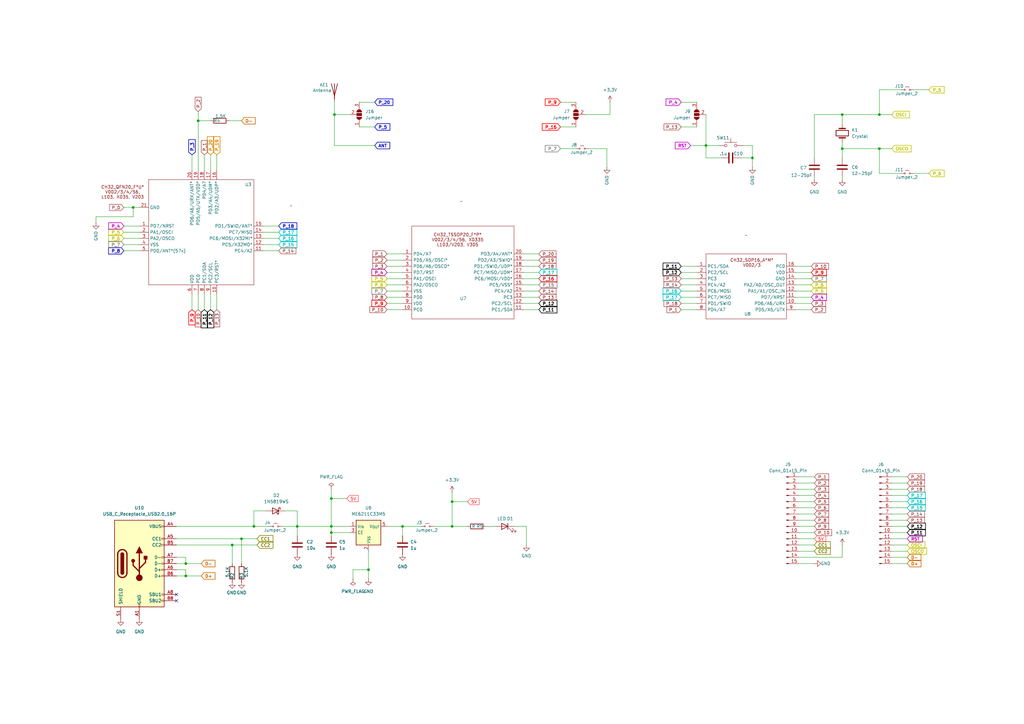
<source format=kicad_sch>
(kicad_sch (version 20250114) (generator "eeschema") (generator_version "9.0")
  (paper "A3")
  (lib_symbols
    (symbol "Connector:Conn_01x15_Pin" (pin_names (offset 1.016) (hide yes))
      (property "Reference" "J" (at 0 20.32 0))
      (property "Value" "Conn_01x15_Pin" (at 0 -20.32 0))
      (symbol "Conn_01x15_Pin_1_1"
        (pin passive line (at 5.08 17.78 180) (length 3.81) (name "Pin_1") (number "1"))
        (pin passive line (at 5.08 15.24 180) (length 3.81) (name "Pin_2") (number "2"))
        (pin passive line (at 5.08 12.7 180) (length 3.81) (name "Pin_3") (number "3"))
        (pin passive line (at 5.08 10.16 180) (length 3.81) (name "Pin_4") (number "4"))
        (pin passive line (at 5.08 7.62 180) (length 3.81) (name "Pin_5") (number "5"))
        (pin passive line (at 5.08 5.08 180) (length 3.81) (name "Pin_6") (number "6"))
        (pin passive line (at 5.08 2.54 180) (length 3.81) (name "Pin_7") (number "7"))
        (pin passive line (at 5.08 0 180) (length 3.81) (name "Pin_8") (number "8"))
        (pin passive line (at 5.08 -2.54 180) (length 3.81) (name "Pin_9") (number "9"))
        (pin passive line (at 5.08 -5.08 180) (length 3.81) (name "Pin_10") (number "10"))
        (pin passive line (at 5.08 -7.62 180) (length 3.81) (name "Pin_11") (number "11"))
        (pin passive line (at 5.08 -10.16 180) (length 3.81) (name "Pin_12") (number "12"))
        (pin passive line (at 5.08 -12.7 180) (length 3.81) (name "Pin_13") (number "13"))
        (pin passive line (at 5.08 -15.24 180) (length 3.81) (name "Pin_14") (number "14"))
        (pin passive line (at 5.08 -17.78 180) (length 3.81) (name "Pin_15") (number "15"))
      )
    )
    (symbol "Connector:USB_C_Receptacle_USB2.0_16P" (pin_names (offset 1.016))
      (property "Reference" "J" (at 0 22.225 0))
      (property "Value" "USB_C_Receptacle_USB2.0_16P" (at 0 19.685 0))
      (symbol "USB_C_Receptacle_USB2.0_16P_1_1"
        (pin passive line (at -7.62 -22.86 90) (length 5.08) (name "SHIELD") (number "S1"))
        (pin passive line (at 0 -22.86 90) (length 5.08) (name "GND") (number "A1"))
        (pin passive line (at 0 -22.86 90) (length 5.08) (hide yes) (name "GND") (number "A12"))
        (pin passive line (at 0 -22.86 90) (length 5.08) (hide yes) (name "GND") (number "B1"))
        (pin passive line (at 0 -22.86 90) (length 5.08) (hide yes) (name "GND") (number "B12"))
        (pin passive line (at 15.24 15.24 180) (length 5.08) (name "VBUS") (number "A4"))
        (pin passive line (at 15.24 15.24 180) (length 5.08) (hide yes) (name "VBUS") (number "A9"))
        (pin passive line (at 15.24 15.24 180) (length 5.08) (hide yes) (name "VBUS") (number "B4"))
        (pin passive line (at 15.24 15.24 180) (length 5.08) (hide yes) (name "VBUS") (number "B9"))
        (pin bidirectional line (at 15.24 10.16 180) (length 5.08) (name "CC1") (number "A5"))
        (pin bidirectional line (at 15.24 7.62 180) (length 5.08) (name "CC2") (number "B5"))
        (pin bidirectional line (at 15.24 2.54 180) (length 5.08) (name "D-") (number "A7"))
        (pin bidirectional line (at 15.24 0 180) (length 5.08) (name "D-") (number "B7"))
        (pin bidirectional line (at 15.24 -2.54 180) (length 5.08) (name "D+") (number "A6"))
        (pin bidirectional line (at 15.24 -5.08 180) (length 5.08) (name "D+") (number "B6"))
        (pin bidirectional line (at 15.24 -12.7 180) (length 5.08) (name "SBU1") (number "A8"))
        (pin bidirectional line (at 15.24 -15.24 180) (length 5.08) (name "SBU2") (number "B8"))
      )
    )
    (symbol "Device:Antenna" (pin_numbers (hide yes)) (pin_names (offset 1.016) (hide yes))
      (property "Reference" "AE" (at -1.905 1.905 0))
      (property "Value" "Antenna" (at -1.905 0 0))
      (symbol "Antenna_1_1"
        (pin input line (at 0 -5.08 90) (length 2.54) (name "A") (number "1"))
      )
    )
    (symbol "Device:C" (pin_numbers (hide yes)) (pin_names (offset 0.254))
      (property "Reference" "C" (at 0.635 2.54 0))
      (property "Value" "C" (at 0.635 -2.54 0))
      (symbol "C_1_1"
        (pin passive line (at 0 3.81 270) (length 2.794) (name "~") (number "1"))
        (pin passive line (at 0 -3.81 90) (length 2.794) (name "~") (number "2"))
      )
    )
    (symbol "Device:Crystal" (pin_numbers (hide yes)) (pin_names (offset 1.016) (hide yes))
      (property "Reference" "Y" (at 0 3.81 0))
      (property "Value" "Crystal" (at 0 -3.81 0))
      (symbol "Crystal_1_1"
        (pin passive line (at -3.81 0 0) (length 1.27) (name "1") (number "1"))
        (pin passive line (at 3.81 0 180) (length 1.27) (name "2") (number "2"))
      )
    )
    (symbol "Device:LED" (pin_numbers (hide yes)) (pin_names (offset 1.016) (hide yes))
      (property "Reference" "D" (at 0 2.54 0))
      (property "Value" "LED" (at 0 -2.54 0))
      (symbol "LED_1_1"
        (pin passive line (at -3.81 0 0) (length 2.54) (name "K") (number "1"))
        (pin passive line (at 3.81 0 180) (length 2.54) (name "A") (number "2"))
      )
    )
    (symbol "Device:R" (pin_numbers (hide yes)) (pin_names (offset 0))
      (property "Reference" "R" (at 2.032 0 90))
      (property "Value" "R" (at 0 0 90))
      (symbol "R_1_1"
        (pin passive line (at 0 3.81 270) (length 1.27) (name "~") (number "1"))
        (pin passive line (at 0 -3.81 90) (length 1.27) (name "~") (number "2"))
      )
    )
    (symbol "Diode:1N5819WS" (pin_numbers (hide yes)) (pin_names (offset 1.016) (hide yes))
      (property "Reference" "D" (at 0 2.54 0))
      (property "Value" "1N5819WS" (at 0 -2.54 0))
      (symbol "1N5819WS_1_1"
        (pin passive line (at -3.81 0 0) (length 2.54) (name "K") (number "1"))
        (pin passive line (at 3.81 0 180) (length 2.54) (name "A") (number "2"))
      )
    )
    (symbol "GND_1" (power) (pin_numbers (hide yes)) (pin_names (offset 0) (hide yes))
      (property "Value" "GND" (at 0 -3.81 0))
      (symbol "GND_1_1_1"
        (pin power_in line (at 0 0 270) (length 0) (name "~") (number "1"))
      )
    )
    (symbol "IOT-Mess:CH32_QFN20_F*U*"
      (property "Reference" "U" (at -1.524 -7.874 0))
      (symbol "CH32_QFN20_F*U*_1_1"
        (text "CH32_QFN20_F*U*\nV002/3/4/56,\nL103, X035, V203\n" (at -33.528 16.51 0) (effects (font (size 1.27 1.27))))
        (pin input line (at -26.67 10.16 0) (length 3.81) (name "GND") (number "21"))
        (pin bidirectional line (at -26.67 2.54 0) (length 3.81) (name "PD7/NRST") (number "1"))
        (pin bidirectional line (at -26.67 0 0) (length 3.81) (name "PA1/OSCI") (number "2"))
        (pin bidirectional line (at -26.67 -2.54 0) (length 3.81) (name "PA2/OSCO") (number "3"))
        (pin bidirectional line (at -26.67 -5.08 0) (length 3.81) (name "VSS") (number "4"))
        (pin bidirectional line (at -26.67 -7.62 0) (length 3.81) (name "PD0/ANT*(57x)") (number "5"))
        (pin bidirectional line (at -5.08 25.4 270) (length 3.81) (name "PD6/A6/URX/ANT*") (number "20"))
        (pin bidirectional line (at -5.08 -25.4 90) (length 3.81) (name "VDD") (number "6"))
        (pin bidirectional line (at -2.54 25.4 270) (length 3.81) (name "PD5/A5/UTX/VDD*") (number "19"))
        (pin bidirectional line (at -2.54 -25.4 90) (length 3.81) (name "PC0") (number "7"))
        (pin bidirectional line (at 0 25.4 270) (length 3.81) (name "PD4/A7") (number "18"))
        (pin bidirectional line (at 0 -25.4 90) (length 3.81) (name "PC1/SDA") (number "8"))
        (pin bidirectional line (at 2.54 25.4 270) (length 3.81) (name "PD3/A4/UDM*") (number "17"))
        (pin bidirectional line (at 2.54 -25.4 90) (length 3.81) (name "PC2/SCL") (number "9"))
        (pin bidirectional line (at 5.08 25.4 270) (length 3.81) (name "PD2/A3/UDP*") (number "16"))
        (pin bidirectional line (at 5.08 -25.4 90) (length 3.81) (name "PC3/RST*") (number "10"))
        (pin bidirectional line (at 24.13 2.54 180) (length 3.81) (name "PD1/SWIO/ANT*") (number "15"))
        (pin bidirectional line (at 24.13 0 180) (length 3.81) (name "PC7/MISO") (number "14"))
        (pin bidirectional line (at 24.13 -2.54 180) (length 3.81) (name "PC6/MOSI/X32MI*") (number "13"))
        (pin bidirectional line (at 24.13 -5.08 180) (length 3.81) (name "PC5/X32MO*") (number "12"))
        (pin bidirectional line (at 24.13 -7.62 180) (length 3.81) (name "PC4/A2") (number "11"))
      )
    )
    (symbol "IOT-Mess:CH32_SOP16_A*M*"
      (property "Reference" "U" (at -0.254 -11.938 0))
      (symbol "CH32_SOP16_A*M*_1_1"
        (text "CH32_SOP16_A*M*\nV002/3\n" (at 2.286 9.144 0) (effects (font (size 1.27 1.27))))
        (pin bidirectional line (at -20.32 7.62 0) (length 3.81) (name "PC1/SDA") (number "1"))
        (pin bidirectional line (at -20.32 5.08 0) (length 3.81) (name "PC2/SCL") (number "2"))
        (pin bidirectional line (at -20.32 2.54 0) (length 3.81) (name "PC3") (number "3"))
        (pin bidirectional line (at -20.32 0 0) (length 3.81) (name "PC4/A2") (number "4"))
        (pin bidirectional line (at -20.32 -2.54 0) (length 3.81) (name "PC6/MOSI") (number "5"))
        (pin bidirectional line (at -20.32 -5.08 0) (length 3.81) (name "PC7/MISO") (number "6"))
        (pin bidirectional line (at -20.32 -7.62 0) (length 3.81) (name "PD1/SWIO") (number "7"))
        (pin bidirectional line (at -20.32 -10.16 0) (length 3.81) (name "PD4/A7") (number "8"))
        (pin bidirectional line (at 20.32 7.62 180) (length 3.81) (name "PC0") (number "16"))
        (pin bidirectional line (at 20.32 5.08 180) (length 3.81) (name "VDD") (number "15"))
        (pin bidirectional line (at 20.32 2.54 180) (length 3.81) (name "GND") (number "14"))
        (pin bidirectional line (at 20.32 0 180) (length 3.81) (name "PA2/A0/OSC_OUT") (number "13"))
        (pin bidirectional line (at 20.32 -2.54 180) (length 3.81) (name "PA1/A1/OSC_IN") (number "12"))
        (pin bidirectional line (at 20.32 -5.08 180) (length 3.81) (name "PD7/NRST") (number "11"))
        (pin bidirectional line (at 20.32 -7.62 180) (length 3.81) (name "PD6/A6/URX") (number "10"))
        (pin bidirectional line (at 20.32 -10.16 180) (length 3.81) (name "PD5/A5/UTX") (number "9"))
      )
    )
    (symbol "IOT-Mess:CH32_TSSOP20_F*P*"
      (property "Reference" "U" (at 14.732 15.748 0))
      (symbol "CH32_TSSOP20_F*P*_1_1"
        (text "CH32_TSSOP20_F*P*\nV002/3/4/56, X0335\nL103/V203, V305\n" (at -1.524 13.462 0) (effects (font (size 1.27 1.27))))
        (pin bidirectional line (at -24.13 7.62 0) (length 3.81) (name "PD4/A7") (number "1"))
        (pin bidirectional line (at -24.13 5.08 0) (length 3.81) (name "PD5/A5/OSCI*") (number "2"))
        (pin bidirectional line (at -24.13 2.54 0) (length 3.81) (name "PD6/A6/OSCO*") (number "3"))
        (pin bidirectional line (at -24.13 0 0) (length 3.81) (name "PD7/RST") (number "4"))
        (pin bidirectional line (at -24.13 -2.54 0) (length 3.81) (name "PA1/OSCI") (number "5"))
        (pin bidirectional line (at -24.13 -5.08 0) (length 3.81) (name "PA2/OSCO") (number "6"))
        (pin bidirectional line (at -24.13 -7.62 0) (length 3.81) (name "VSS") (number "7"))
        (pin bidirectional line (at -24.13 -10.16 0) (length 3.81) (name "PD0") (number "8"))
        (pin bidirectional line (at -24.13 -12.7 0) (length 3.81) (name "VDD") (number "9"))
        (pin bidirectional line (at -24.13 -15.24 0) (length 3.81) (name "PC0") (number "10"))
        (pin bidirectional line (at 25.4 7.62 180) (length 3.81) (name "PD3/A4/ANT*") (number "20"))
        (pin bidirectional line (at 25.4 5.08 180) (length 3.81) (name "PD2/A3/SWIO*") (number "19"))
        (pin bidirectional line (at 25.4 2.54 180) (length 3.81) (name "PD1/SWIO/UDP*") (number "18"))
        (pin bidirectional line (at 25.4 0 180) (length 3.81) (name "PC7/MISO/UDM*") (number "17"))
        (pin bidirectional line (at 25.4 -2.54 180) (length 3.81) (name "PC6/MOSI/VDD*") (number "16"))
        (pin bidirectional line (at 25.4 -5.08 180) (length 3.81) (name "PC5/VSS*") (number "15"))
        (pin bidirectional line (at 25.4 -7.62 180) (length 3.81) (name "PC4/A2") (number "14"))
        (pin bidirectional line (at 25.4 -10.16 180) (length 3.81) (name "PC3") (number "13"))
        (pin bidirectional line (at 25.4 -12.7 180) (length 3.81) (name "PC2/SCL") (number "12"))
        (pin bidirectional line (at 25.4 -15.24 180) (length 3.81) (name "PC1/SDA") (number "11"))
      )
    )
    (symbol "Jumper:Jumper_2_Small_Open" (pin_numbers (hide yes)) (pin_names (offset 0) (hide yes))
      (property "Reference" "JP" (at 0 2.794 0))
      (property "Value" "Jumper_2_Small_Open" (at 0 -2.286 0))
      (symbol "Jumper_2_Small_Open_1_1"
        (pin passive line (at -2.54 0 0) (length 1.27) (name "A") (number "1"))
        (pin passive line (at 2.54 0 180) (length 1.27) (name "B") (number "2"))
      )
    )
    (symbol "Jumper:SolderJumper_3_Open" (pin_names (offset 0) (hide yes)) (in_bom no)
      (property "Reference" "JP" (at -2.54 -2.54 0))
      (property "Value" "SolderJumper_3_Open" (at 0 2.794 0))
      (symbol "SolderJumper_3_Open_1_1"
        (pin passive line (at -5.08 0 0) (length 2.54) (name "A") (number "1"))
        (pin passive line (at 0 -3.81 90) (length 2.54) (name "C") (number "2"))
        (pin passive line (at 5.08 0 180) (length 2.54) (name "B") (number "3"))
      )
    )
    (symbol "Regulator_Linear:ME6211C33M5"
      (property "Reference" "U" (at -4.572 6.35 0))
      (property "Value" "ME6211C33M5" (at 10.16 8.636 0))
      (symbol "ME6211C33M5_1_1"
        (pin power_in line (at -7.62 2.54 0) (length 2.54) (name "V_{IN}") (number "1"))
        (pin input line (at -7.62 0 0) (length 2.54) (name "CE") (number "3"))
        (pin power_in line (at 0 -7.62 90) (length 2.54) (name "V_{SS}") (number "2"))
        (pin no_connect line (at 5.08 0 180) (length 2.54) (hide yes) (name "NC") (number "4"))
        (pin power_out line (at 7.62 2.54 180) (length 2.54) (name "V_{OUT}") (number "5"))
      )
    )
    (symbol "Switch:SW_Push" (pin_numbers (hide yes)) (pin_names (offset 1.016) (hide yes))
      (property "Reference" "SW" (at 1.27 2.54 0))
      (property "Value" "SW_Push" (at 0 -1.524 0))
      (symbol "SW_Push_0_1"
        (pin passive line (at -5.08 0 0) (length 2.54) (name "1") (number "1"))
        (pin passive line (at 5.08 0 180) (length 2.54) (name "2") (number "2"))
      )
    )
    (symbol "power:+3.3V" (power) (pin_numbers (hide yes)) (pin_names (offset 0) (hide yes))
      (property "Value" "+3.3V" (at 0 3.556 0))
      (symbol "+3.3V_1_1"
        (pin power_in line (at 0 0 90) (length 0) (name "~") (number "1"))
      )
    )
    (symbol "power:GND" (power) (pin_numbers (hide yes)) (pin_names (offset 0) (hide yes))
      (property "Value" "GND" (at 0 -3.81 0))
      (symbol "GND_1_1"
        (pin power_in line (at 0 0 270) (length 0) (name "~") (number "1"))
      )
    )
    (symbol "power:PWR_FLAG" (power) (pin_numbers (hide yes)) (pin_names (offset 0) (hide yes))
      (property "Value" "PWR_FLAG" (at 0 3.81 0))
      (symbol "PWR_FLAG_0_0"
        (pin power_out line (at 0 0 90) (length 0) (name "~") (number "1"))
      )
    )
  )
  (junction (at 345.44 60.96))
  (junction (at 95.25 223.52))
  (junction (at 151.13 233.68))
  (junction (at 360.68 46.99))
  (junction (at 76.2 236.22))
  (junction (at 135.89 204.47))
  (junction (at 289.56 59.69))
  (junction (at 308.61 64.77))
  (junction (at 76.2 231.14))
  (junction (at 99.06 220.98))
  (junction (at 345.44 46.99))
  (junction (at 165.1 215.9))
  (junction (at 360.68 60.96))
  (junction (at 137.16 46.99))
  (junction (at 121.92 215.9))
  (junction (at 54.61 85.09))
  (junction (at 185.42 205.74))
  (junction (at 81.28 49.53))
  (junction (at 135.89 218.44))
  (junction (at 104.14 215.9))
  (junction (at 185.42 215.9))
  (junction (at 135.89 215.9))
  (no_connect (at 72.39 246.38))
  (no_connect (at 72.39 243.84))
  (wire (pts (xy 334.01 46.99) (xy 345.44 46.99)))
  (wire (pts (xy 279.4 121.92) (xy 285.75 121.92)))
  (wire (pts (xy 93.98 49.53) (xy 99.06 49.53)))
  (wire (pts (xy 72.39 233.68) (xy 76.2 233.68)))
  (wire (pts (xy 241.3 60.96) (xy 248.92 60.96)))
  (wire (pts (xy 107.95 92.71) (xy 114.3 92.71)))
  (wire (pts (xy 295.91 64.77) (xy 289.56 64.77)))
  (wire (pts (xy 345.44 60.96) (xy 345.44 64.77)))
  (wire (pts (xy 360.68 71.12) (xy 360.68 60.96)))
  (wire (pts (xy 165.1 104.14) (xy 158.75 104.14)))
  (wire (pts (xy 334.01 213.36) (xy 327.66 213.36)))
  (wire (pts (xy 285.75 116.84) (xy 279.4 116.84)))
  (wire (pts (xy 57.15 100.33) (xy 50.8 100.33)))
  (wire (pts (xy 72.39 231.14) (xy 76.2 231.14)))
  (wire (pts (xy 104.14 209.55) (xy 109.22 209.55)))
  (wire (pts (xy 369.57 71.12) (xy 360.68 71.12)))
  (wire (pts (xy 165.1 106.68) (xy 158.75 106.68)))
  (wire (pts (xy 214.63 114.3) (xy 220.98 114.3)))
  (wire (pts (xy 142.24 204.47) (xy 135.89 204.47)))
  (wire (pts (xy 135.89 204.47) (xy 135.89 215.9)))
  (wire (pts (xy 334.01 205.74) (xy 327.66 205.74)))
  (wire (pts (xy 121.92 209.55) (xy 121.92 215.9)))
  (wire (pts (xy 308.61 64.77) (xy 303.53 64.77)))
  (wire (pts (xy 334.01 200.66) (xy 327.66 200.66)))
  (wire (pts (xy 72.39 228.6) (xy 76.2 228.6)))
  (wire (pts (xy 369.57 36.83) (xy 360.68 36.83)))
  (wire (pts (xy 214.63 111.76) (xy 220.98 111.76)))
  (wire (pts (xy 214.63 119.38) (xy 220.98 119.38)))
  (wire (pts (xy 372.11 205.74) (xy 365.76 205.74)))
  (wire (pts (xy 240.03 46.99) (xy 250.19 46.99)))
  (wire (pts (xy 372.11 198.12) (xy 365.76 198.12)))
  (wire (pts (xy 327.66 226.06) (xy 334.01 226.06)))
  (wire (pts (xy 345.44 58.42) (xy 345.44 60.96)))
  (wire (pts (xy 57.15 102.87) (xy 50.8 102.87)))
  (wire (pts (xy 308.61 68.58) (xy 308.61 64.77)))
  (wire (pts (xy 214.63 124.46) (xy 220.98 124.46)))
  (wire (pts (xy 107.95 97.79) (xy 114.3 97.79)))
  (wire (pts (xy 285.75 114.3) (xy 279.4 114.3)))
  (wire (pts (xy 137.16 59.69) (xy 137.16 46.99)))
  (wire (pts (xy 88.9 127) (xy 88.9 120.65)))
  (wire (pts (xy 285.75 124.46) (xy 279.4 124.46)))
  (wire (pts (xy 365.76 228.6) (xy 372.11 228.6)))
  (wire (pts (xy 39.37 88.9) (xy 54.61 88.9)))
  (wire (pts (xy 229.87 52.07) (xy 236.22 52.07)))
  (wire (pts (xy 99.06 220.98) (xy 105.41 220.98)))
  (wire (pts (xy 172.72 215.9) (xy 165.1 215.9)))
  (wire (pts (xy 365.76 226.06) (xy 372.11 226.06)))
  (wire (pts (xy 334.01 208.28) (xy 327.66 208.28)))
  (wire (pts (xy 151.13 233.68) (xy 151.13 237.49)))
  (wire (pts (xy 360.68 36.83) (xy 360.68 46.99)))
  (wire (pts (xy 334.01 72.39) (xy 334.01 73.66)))
  (wire (pts (xy 345.44 60.96) (xy 360.68 60.96)))
  (wire (pts (xy 326.39 121.92) (xy 332.74 121.92)))
  (wire (pts (xy 95.25 223.52) (xy 95.25 231.14)))
  (wire (pts (xy 185.42 205.74) (xy 185.42 215.9)))
  (wire (pts (xy 326.39 114.3) (xy 332.74 114.3)))
  (wire (pts (xy 308.61 59.69) (xy 304.8 59.69)))
  (wire (pts (xy 372.11 210.82) (xy 365.76 210.82)))
  (wire (pts (xy 57.15 95.25) (xy 50.8 95.25)))
  (wire (pts (xy 95.25 223.52) (xy 105.41 223.52)))
  (wire (pts (xy 81.28 127) (xy 81.28 120.65)))
  (wire (pts (xy 107.95 102.87) (xy 114.3 102.87)))
  (wire (pts (xy 115.57 215.9) (xy 121.92 215.9)))
  (wire (pts (xy 345.44 46.99) (xy 360.68 46.99)))
  (wire (pts (xy 326.39 116.84) (xy 332.74 116.84)))
  (wire (pts (xy 334.01 231.14) (xy 327.66 231.14)))
  (wire (pts (xy 289.56 59.69) (xy 283.21 59.69)))
  (wire (pts (xy 334.01 220.98) (xy 327.66 220.98)))
  (wire (pts (xy 165.1 114.3) (xy 158.75 114.3)))
  (wire (pts (xy 137.16 46.99) (xy 143.51 46.99)))
  (wire (pts (xy 360.68 46.99) (xy 365.76 46.99)))
  (wire (pts (xy 365.76 223.52) (xy 372.11 223.52)))
  (wire (pts (xy 39.37 88.9) (xy 39.37 91.44)))
  (wire (pts (xy 165.1 121.92) (xy 158.75 121.92)))
  (wire (pts (xy 88.9 69.85) (xy 88.9 63.5)))
  (wire (pts (xy 365.76 231.14) (xy 372.11 231.14)))
  (wire (pts (xy 214.63 104.14) (xy 220.98 104.14)))
  (wire (pts (xy 107.95 95.25) (xy 114.3 95.25)))
  (wire (pts (xy 72.39 236.22) (xy 76.2 236.22)))
  (wire (pts (xy 214.63 106.68) (xy 220.98 106.68)))
  (wire (pts (xy 250.19 41.91) (xy 250.19 46.99)))
  (wire (pts (xy 214.63 116.84) (xy 220.98 116.84)))
  (wire (pts (xy 50.8 85.09) (xy 54.61 85.09)))
  (wire (pts (xy 372.11 208.28) (xy 365.76 208.28)))
  (wire (pts (xy 372.11 195.58) (xy 365.76 195.58)))
  (wire (pts (xy 327.66 228.6) (xy 345.44 228.6)))
  (wire (pts (xy 334.01 210.82) (xy 327.66 210.82)))
  (wire (pts (xy 294.64 59.69) (xy 289.56 59.69)))
  (wire (pts (xy 151.13 226.06) (xy 151.13 233.68)))
  (wire (pts (xy 185.42 201.93) (xy 185.42 205.74)))
  (wire (pts (xy 345.44 72.39) (xy 345.44 73.66)))
  (wire (pts (xy 289.56 59.69) (xy 289.56 64.77)))
  (wire (pts (xy 137.16 46.99) (xy 137.16 41.91)))
  (wire (pts (xy 372.11 200.66) (xy 365.76 200.66)))
  (wire (pts (xy 229.87 41.91) (xy 236.22 41.91)))
  (wire (pts (xy 214.63 121.92) (xy 220.98 121.92)))
  (wire (pts (xy 365.76 220.98) (xy 372.11 220.98)))
  (wire (pts (xy 135.89 200.66) (xy 135.89 204.47)))
  (wire (pts (xy 248.92 60.96) (xy 248.92 68.58)))
  (wire (pts (xy 81.28 69.85) (xy 81.28 49.53)))
  (wire (pts (xy 135.89 218.44) (xy 135.89 215.9)))
  (wire (pts (xy 72.39 215.9) (xy 104.14 215.9)))
  (wire (pts (xy 72.39 220.98) (xy 99.06 220.98)))
  (wire (pts (xy 372.11 213.36) (xy 365.76 213.36)))
  (wire (pts (xy 326.39 119.38) (xy 332.74 119.38)))
  (wire (pts (xy 215.9 223.52) (xy 215.9 215.9)))
  (wire (pts (xy 326.39 124.46) (xy 332.74 124.46)))
  (wire (pts (xy 104.14 215.9) (xy 110.49 215.9)))
  (wire (pts (xy 76.2 236.22) (xy 82.55 236.22)))
  (wire (pts (xy 326.39 111.76) (xy 332.74 111.76)))
  (wire (pts (xy 81.28 49.53) (xy 86.36 49.53)))
  (wire (pts (xy 285.75 111.76) (xy 279.4 111.76)))
  (wire (pts (xy 135.89 219.71) (xy 135.89 218.44)))
  (wire (pts (xy 214.63 109.22) (xy 220.98 109.22)))
  (wire (pts (xy 54.61 88.9) (xy 54.61 85.09)))
  (wire (pts (xy 135.89 218.44) (xy 143.51 218.44)))
  (wire (pts (xy 57.15 92.71) (xy 50.8 92.71)))
  (wire (pts (xy 360.68 60.96) (xy 365.76 60.96)))
  (wire (pts (xy 285.75 127) (xy 279.4 127)))
  (wire (pts (xy 144.78 233.68) (xy 151.13 233.68)))
  (wire (pts (xy 165.1 116.84) (xy 158.75 116.84)))
  (wire (pts (xy 121.92 219.71) (xy 121.92 215.9)))
  (wire (pts (xy 372.11 215.9) (xy 365.76 215.9)))
  (wire (pts (xy 374.65 36.83) (xy 381 36.83)))
  (wire (pts (xy 327.66 223.52) (xy 334.01 223.52)))
  (wire (pts (xy 285.75 119.38) (xy 279.4 119.38)))
  (wire (pts (xy 203.2 215.9) (xy 199.39 215.9)))
  (wire (pts (xy 144.78 233.68) (xy 144.78 237.49)))
  (wire (pts (xy 165.1 127) (xy 158.75 127)))
  (wire (pts (xy 214.63 127) (xy 220.98 127)))
  (wire (pts (xy 86.36 127) (xy 86.36 120.65)))
  (wire (pts (xy 279.4 109.22) (xy 285.75 109.22)))
  (wire (pts (xy 147.32 41.91) (xy 153.67 41.91)))
  (wire (pts (xy 374.65 71.12) (xy 381 71.12)))
  (wire (pts (xy 334.01 203.2) (xy 327.66 203.2)))
  (wire (pts (xy 334.01 218.44) (xy 327.66 218.44)))
  (wire (pts (xy 99.06 220.98) (xy 99.06 231.14)))
  (wire (pts (xy 165.1 215.9) (xy 165.1 219.71)))
  (wire (pts (xy 334.01 198.12) (xy 327.66 198.12)))
  (wire (pts (xy 165.1 109.22) (xy 158.75 109.22)))
  (wire (pts (xy 137.16 59.69) (xy 153.67 59.69)))
  (wire (pts (xy 326.39 127) (xy 332.74 127)))
  (wire (pts (xy 191.77 215.9) (xy 185.42 215.9)))
  (wire (pts (xy 116.84 209.55) (xy 121.92 209.55)))
  (wire (pts (xy 177.8 215.9) (xy 185.42 215.9)))
  (wire (pts (xy 83.82 127) (xy 83.82 120.65)))
  (wire (pts (xy 165.1 119.38) (xy 158.75 119.38)))
  (wire (pts (xy 78.74 127) (xy 78.74 120.65)))
  (wire (pts (xy 158.75 124.46) (xy 165.1 124.46)))
  (wire (pts (xy 191.77 205.74) (xy 185.42 205.74)))
  (wire (pts (xy 83.82 69.85) (xy 83.82 63.5)))
  (wire (pts (xy 76.2 231.14) (xy 82.55 231.14)))
  (wire (pts (xy 308.61 59.69) (xy 308.61 64.77)))
  (wire (pts (xy 215.9 215.9) (xy 210.82 215.9)))
  (wire (pts (xy 81.28 49.53) (xy 81.28 45.72)))
  (wire (pts (xy 72.39 223.52) (xy 95.25 223.52)))
  (wire (pts (xy 78.74 69.85) (xy 78.74 63.5)))
  (wire (pts (xy 57.15 97.79) (xy 50.8 97.79)))
  (wire (pts (xy 165.1 111.76) (xy 158.75 111.76)))
  (wire (pts (xy 158.75 215.9) (xy 165.1 215.9)))
  (wire (pts (xy 345.44 223.52) (xy 345.44 228.6)))
  (wire (pts (xy 107.95 100.33) (xy 114.3 100.33)))
  (wire (pts (xy 86.36 69.85) (xy 86.36 63.5)))
  (wire (pts (xy 229.87 60.96) (xy 236.22 60.96)))
  (wire (pts (xy 334.01 215.9) (xy 327.66 215.9)))
  (wire (pts (xy 279.4 52.07) (xy 285.75 52.07)))
  (wire (pts (xy 104.14 209.55) (xy 104.14 215.9)))
  (wire (pts (xy 345.44 46.99) (xy 345.44 50.8)))
  (wire (pts (xy 334.01 64.77) (xy 334.01 46.99)))
  (wire (pts (xy 54.61 85.09) (xy 57.15 85.09)))
  (wire (pts (xy 289.56 46.99) (xy 289.56 59.69)))
  (wire (pts (xy 121.92 215.9) (xy 135.89 215.9)))
  (wire (pts (xy 334.01 195.58) (xy 327.66 195.58)))
  (wire (pts (xy 147.32 52.07) (xy 153.67 52.07)))
  (wire (pts (xy 135.89 215.9) (xy 143.51 215.9)))
  (wire (pts (xy 76.2 236.22) (xy 76.2 233.68)))
  (wire (pts (xy 76.2 231.14) (xy 76.2 228.6)))
  (wire (pts (xy 372.11 203.2) (xy 365.76 203.2)))
  (wire (pts (xy 326.39 109.22) (xy 332.74 109.22)))
  (wire (pts (xy 285.75 41.91) (xy 279.4 41.91)))
  (wire (pts (xy 372.11 218.44) (xy 365.76 218.44)))
  (global_label "D+" (shape input) (at 82.55 236.22 0) (effects (font (thickness 0.254) (bold yes))) (property "Intersheetrefs" "${INTERSHEET_REFS}" (effects (hide yes))))
  (global_label "P_20" (shape input) (at 372.11 195.58 0) (property "Intersheetrefs" "${INTERSHEET_REFS}" (effects (hide yes))))
  (global_label "P_14" (shape input) (at 372.11 210.82 0) (property "Intersheetrefs" "${INTERSHEET_REFS}" (effects (hide yes))))
  (global_label "P_3" (shape input) (at 334.01 200.66 0) (property "Intersheetrefs" "${INTERSHEET_REFS}" (effects (hide yes))))
  (global_label "RST" (shape input) (at 283.21 59.69 180) (effects (font (thickness 0.254) (bold yes))) (property "Intersheetrefs" "${INTERSHEET_REFS}" (effects (hide yes))))
  (global_label "P_0" (shape input) (at 50.8 85.09 180) (property "Intersheetrefs" "${INTERSHEET_REFS}" (effects (hide yes))))
  (global_label "CC2" (shape input) (at 334.01 226.06 0) (effects (font (thickness 0.254) (bold yes))) (property "Intersheetrefs" "${INTERSHEET_REFS}" (effects (hide yes))))
  (global_label "D-" (shape input) (at 99.06 49.53 0) (effects (font (thickness 0.254) (bold yes))) (property "Intersheetrefs" "${INTERSHEET_REFS}" (effects (hide yes))))
  (global_label "P_7" (shape input) (at 229.87 60.96 180) (effects (font (thickness 0.254) (bold yes))) (property "Intersheetrefs" "${INTERSHEET_REFS}" (effects (hide yes))))
  (global_label "P_5" (shape input) (at 332.74 119.38 0) (effects (font (thickness 0.254) (bold yes))) (property "Intersheetrefs" "${INTERSHEET_REFS}" (effects (hide yes))))
  (global_label "D-" (shape input) (at 372.11 228.6 0) (effects (font (thickness 0.254) (bold yes))) (property "Intersheetrefs" "${INTERSHEET_REFS}" (effects (hide yes))))
  (global_label "P_7" (shape input) (at 332.74 114.3 0) (effects (font (thickness 0.254) (bold yes))) (property "Intersheetrefs" "${INTERSHEET_REFS}" (effects (hide yes))))
  (global_label "P_17" (shape input) (at 220.98 111.76 0) (effects (font (thickness 0.254) (bold yes))) (property "Intersheetrefs" "${INTERSHEET_REFS}" (effects (hide yes))))
  (global_label "P_2" (shape input) (at 332.74 127 0) (effects (font (thickness 0.1588))) (property "Intersheetrefs" "${INTERSHEET_REFS}" (effects (hide yes))))
  (global_label "P_12" (shape input) (at 372.11 215.9 0) (effects (font (thickness 0.254) (bold yes))) (property "Intersheetrefs" "${INTERSHEET_REFS}" (effects (hide yes))))
  (global_label "D-" (shape input) (at 82.55 231.14 0) (effects (font (thickness 0.254) (bold yes))) (property "Intersheetrefs" "${INTERSHEET_REFS}" (effects (hide yes))))
  (global_label "P_19" (shape input) (at 220.98 106.68 0) (effects (font (thickness 0.1588))) (property "Intersheetrefs" "${INTERSHEET_REFS}" (effects (hide yes))))
  (global_label "P_2" (shape input) (at 334.01 198.12 0) (property "Intersheetrefs" "${INTERSHEET_REFS}" (effects (hide yes))))
  (global_label "P_1" (shape input) (at 158.75 104.14 180) (effects (font (thickness 0.1588))) (property "Intersheetrefs" "${INTERSHEET_REFS}" (effects (hide yes))))
  (global_label "P_11" (shape input) (at 220.98 127 0) (effects (font (thickness 0.254) (bold yes))) (property "Intersheetrefs" "${INTERSHEET_REFS}" (effects (hide yes))))
  (global_label "P_13" (shape input) (at 279.4 52.07 180) (effects (font (thickness 0.1588))) (property "Intersheetrefs" "${INTERSHEET_REFS}" (effects (hide yes))))
  (global_label "P_5" (shape input) (at 381 36.83 0) (effects (font (thickness 0.254) (bold yes))) (property "Intersheetrefs" "${INTERSHEET_REFS}" (effects (hide yes))))
  (global_label "P_15" (shape input) (at 114.3 100.33 0) (effects (font (thickness 0.254) (bold yes))) (property "Intersheetrefs" "${INTERSHEET_REFS}" (effects (hide yes))))
  (global_label "P_9" (shape input) (at 334.01 215.9 0) (property "Intersheetrefs" "${INTERSHEET_REFS}" (effects (hide yes))))
  (global_label "RST" (shape input) (at 372.11 220.98 0) (effects (font (thickness 0.254) (bold yes))) (property "Intersheetrefs" "${INTERSHEET_REFS}" (effects (hide yes))))
  (global_label "P_1" (shape input) (at 334.01 195.58 0) (property "Intersheetrefs" "${INTERSHEET_REFS}" (effects (hide yes))))
  (global_label "P_13" (shape input) (at 279.4 114.3 180) (effects (font (thickness 0.1588))) (property "Intersheetrefs" "${INTERSHEET_REFS}" (effects (hide yes))))
  (global_label "P_8" (shape input) (at 158.75 121.92 180) (effects (font (thickness 0.1588))) (property "Intersheetrefs" "${INTERSHEET_REFS}" (effects (hide yes))))
  (global_label "P_13" (shape input) (at 220.98 121.92 0) (effects (font (thickness 0.1588))) (property "Intersheetrefs" "${INTERSHEET_REFS}" (effects (hide yes))))
  (global_label "P_14" (shape input) (at 279.4 116.84 180) (effects (font (thickness 0.1588))) (property "Intersheetrefs" "${INTERSHEET_REFS}" (effects (hide yes))))
  (global_label "P_4" (shape input) (at 279.4 41.91 180) (effects (font (thickness 0.254) (bold yes))) (property "Intersheetrefs" "${INTERSHEET_REFS}" (effects (hide yes))))
  (global_label "P_13" (shape input) (at 88.9 127 270) (effects (font (thickness 0.1588))) (property "Intersheetrefs" "${INTERSHEET_REFS}" (effects (hide yes))))
  (global_label "P_16" (shape input) (at 229.87 52.07 180) (effects (font (thickness 0.254) (bold yes))) (property "Intersheetrefs" "${INTERSHEET_REFS}" (effects (hide yes))))
  (global_label "P_3" (shape input) (at 158.75 109.22 180) (effects (font (thickness 0.1588))) (property "Intersheetrefs" "${INTERSHEET_REFS}" (effects (hide yes))))
  (global_label "P_7" (shape input) (at 50.8 100.33 180) (effects (font (thickness 0.254) (bold yes))) (property "Intersheetrefs" "${INTERSHEET_REFS}" (effects (hide yes))))
  (global_label "P_9" (shape input) (at 78.74 127 270) (effects (font (thickness 0.254) (bold yes))) (property "Intersheetrefs" "${INTERSHEET_REFS}" (effects (hide yes))))
  (global_label "P_5" (shape input) (at 158.75 114.3 180) (effects (font (thickness 0.254) (bold yes))) (property "Intersheetrefs" "${INTERSHEET_REFS}" (effects (hide yes))))
  (global_label "P_11" (shape input) (at 372.11 218.44 0) (effects (font (thickness 0.254) (bold yes))) (property "Intersheetrefs" "${INTERSHEET_REFS}" (effects (hide yes))))
  (global_label "D+" (shape input) (at 372.11 231.14 0) (effects (font (thickness 0.254) (bold yes))) (property "Intersheetrefs" "${INTERSHEET_REFS}" (effects (hide yes))))
  (global_label "P_16" (shape input) (at 279.4 119.38 180) (effects (font (thickness 0.254) (bold yes))) (property "Intersheetrefs" "${INTERSHEET_REFS}" (effects (hide yes))))
  (global_label "5V" (shape input) (at 334.01 220.98 0) (property "Intersheetrefs" "${INTERSHEET_REFS}" (effects (hide yes))))
  (global_label "ANT" (shape input) (at 153.67 59.69 0) (effects (font (thickness 0.254) (bold yes))) (property "Intersheetrefs" "${INTERSHEET_REFS}" (effects (hide yes))))
  (global_label "P_12" (shape input) (at 279.4 111.76 180) (effects (font (thickness 0.254) (bold yes))) (property "Intersheetrefs" "${INTERSHEET_REFS}" (effects (hide yes))))
  (global_label "P_3" (shape input) (at 78.74 63.5 90) (effects (font (thickness 0.254) (bold yes))) (property "Intersheetrefs" "${INTERSHEET_REFS}" (effects (hide yes))))
  (global_label "CC1" (shape input) (at 334.01 223.52 0) (effects (font (thickness 0.254) (bold yes))) (property "Intersheetrefs" "${INTERSHEET_REFS}" (effects (hide yes))))
  (global_label "P_17" (shape input) (at 114.3 95.25 0) (effects (font (thickness 0.254) (bold yes))) (property "Intersheetrefs" "${INTERSHEET_REFS}" (effects (hide yes))))
  (global_label "P_20" (shape input) (at 86.36 63.5 90) (effects (font (thickness 0.254) (bold yes))) (property "Intersheetrefs" "${INTERSHEET_REFS}" (effects (hide yes))))
  (global_label "P_16" (shape input) (at 372.11 205.74 0) (effects (font (thickness 0.254) (bold yes))) (property "Intersheetrefs" "${INTERSHEET_REFS}" (effects (hide yes))))
  (global_label "P_13" (shape input) (at 372.11 213.36 0) (property "Intersheetrefs" "${INTERSHEET_REFS}" (effects (hide yes))))
  (global_label "P_6" (shape input) (at 332.74 116.84 0) (effects (font (thickness 0.254) (bold yes))) (property "Intersheetrefs" "${INTERSHEET_REFS}" (effects (hide yes))))
  (global_label "P_18" (shape input) (at 372.11 200.66 0) (property "Intersheetrefs" "${INTERSHEET_REFS}" (effects (hide yes))))
  (global_label "P_1" (shape input) (at 279.4 127 180) (effects (font (thickness 0.1588))) (property "Intersheetrefs" "${INTERSHEET_REFS}" (effects (hide yes))))
  (global_label "P_6" (shape input) (at 158.75 116.84 180) (effects (font (thickness 0.254) (bold yes))) (property "Intersheetrefs" "${INTERSHEET_REFS}" (effects (hide yes))))
  (global_label "OSCO" (shape input) (at 372.11 226.06 0) (effects (font (thickness 0.254) (bold yes))) (property "Intersheetrefs" "${INTERSHEET_REFS}" (effects (hide yes))))
  (global_label "P_4" (shape input) (at 332.74 121.92 0) (effects (font (thickness 0.254) (bold yes))) (property "Intersheetrefs" "${INTERSHEET_REFS}" (effects (hide yes))))
  (global_label "P_9" (shape input) (at 158.75 124.46 180) (effects (font (thickness 0.254) (bold yes))) (property "Intersheetrefs" "${INTERSHEET_REFS}" (effects (hide yes))))
  (global_label "5V" (shape input) (at 142.24 204.47 0) (property "Intersheetrefs" "${INTERSHEET_REFS}" (effects (hide yes))))
  (global_label "OSCI" (shape input) (at 365.76 46.99 0) (effects (font (thickness 0.254) (bold yes))) (property "Intersheetrefs" "${INTERSHEET_REFS}" (effects (hide yes))))
  (global_label "P_5" (shape input) (at 153.67 52.07 0) (effects (font (thickness 0.254) (bold yes))) (property "Intersheetrefs" "${INTERSHEET_REFS}" (effects (hide yes))))
  (global_label "P_11" (shape input) (at 279.4 109.22 180) (effects (font (thickness 0.254) (bold yes))) (property "Intersheetrefs" "${INTERSHEET_REFS}" (effects (hide yes))))
  (global_label "P_10" (shape input) (at 332.74 109.22 0) (effects (font (thickness 0.1588))) (property "Intersheetrefs" "${INTERSHEET_REFS}" (effects (hide yes))))
  (global_label "P_6" (shape input) (at 381 71.12 0) (effects (font (thickness 0.254) (bold yes))) (property "Intersheetrefs" "${INTERSHEET_REFS}" (effects (hide yes))))
  (global_label "P_10" (shape input) (at 81.28 127 270) (effects (font (thickness 0.1588))) (property "Intersheetrefs" "${INTERSHEET_REFS}" (effects (hide yes))))
  (global_label "P_1" (shape input) (at 83.82 63.5 90) (effects (font (thickness 0.1588))) (property "Intersheetrefs" "${INTERSHEET_REFS}" (effects (hide yes))))
  (global_label "OSCO" (shape input) (at 365.76 60.96 0) (effects (font (thickness 0.254) (bold yes))) (property "Intersheetrefs" "${INTERSHEET_REFS}" (effects (hide yes))))
  (global_label "P_8" (shape input) (at 50.8 102.87 180) (effects (font (thickness 0.254) (bold yes))) (property "Intersheetrefs" "${INTERSHEET_REFS}" (effects (hide yes))))
  (global_label "P_11" (shape input) (at 83.82 127 270) (effects (font (thickness 0.254) (bold yes))) (property "Intersheetrefs" "${INTERSHEET_REFS}" (effects (hide yes))))
  (global_label "P_18" (shape input) (at 114.3 92.71 0) (effects (font (thickness 0.254) (bold yes))) (property "Intersheetrefs" "${INTERSHEET_REFS}" (effects (hide yes))))
  (global_label "P_12" (shape input) (at 86.36 127 270) (effects (font (thickness 0.254) (bold yes))) (property "Intersheetrefs" "${INTERSHEET_REFS}" (effects (hide yes))))
  (global_label "OSCI" (shape input) (at 372.11 223.52 0) (effects (font (thickness 0.254) (bold yes))) (property "Intersheetrefs" "${INTERSHEET_REFS}" (effects (hide yes))))
  (global_label "P_19" (shape input) (at 372.11 198.12 0) (effects (font (thickness 0.1588))) (property "Intersheetrefs" "${INTERSHEET_REFS}" (effects (hide yes))))
  (global_label "P_17" (shape input) (at 372.11 203.2 0) (effects (font (thickness 0.254) (bold yes))) (property "Intersheetrefs" "${INTERSHEET_REFS}" (effects (hide yes))))
  (global_label "P_3" (shape input) (at 332.74 124.46 0) (effects (font (thickness 0.1588))) (property "Intersheetrefs" "${INTERSHEET_REFS}" (effects (hide yes))))
  (global_label "P_4" (shape input) (at 50.8 92.71 180) (effects (font (thickness 0.254) (bold yes))) (property "Intersheetrefs" "${INTERSHEET_REFS}" (effects (hide yes))))
  (global_label "P_5" (shape input) (at 50.8 95.25 180) (effects (font (thickness 0.254) (bold yes))) (property "Intersheetrefs" "${INTERSHEET_REFS}" (effects (hide yes))))
  (global_label "CC2" (shape input) (at 105.41 223.52 0) (effects (font (thickness 0.254) (bold yes))) (property "Intersheetrefs" "${INTERSHEET_REFS}" (effects (hide yes))))
  (global_label "P_5" (shape input) (at 334.01 205.74 0) (property "Intersheetrefs" "${INTERSHEET_REFS}" (effects (hide yes))))
  (global_label "P_7" (shape input) (at 334.01 210.82 0) (property "Intersheetrefs" "${INTERSHEET_REFS}" (effects (hide yes))))
  (global_label "P_4" (shape input) (at 334.01 203.2 0) (property "Intersheetrefs" "${INTERSHEET_REFS}" (effects (hide yes))))
  (global_label "P_15" (shape input) (at 220.98 116.84 0) (effects (font (thickness 0.254) (bold yes))) (property "Intersheetrefs" "${INTERSHEET_REFS}" (effects (hide yes))))
  (global_label "P_19" (shape input) (at 88.9 63.5 90) (effects (font (thickness 0.254) (bold yes))) (property "Intersheetrefs" "${INTERSHEET_REFS}" (effects (hide yes))))
  (global_label "P_18" (shape input) (at 220.98 109.22 0) (effects (font (thickness 0.1588))) (property "Intersheetrefs" "${INTERSHEET_REFS}" (effects (hide yes))))
  (global_label "P_20" (shape input) (at 220.98 104.14 0) (effects (font (thickness 0.1588))) (property "Intersheetrefs" "${INTERSHEET_REFS}" (effects (hide yes))))
  (global_label "P_7" (shape input) (at 158.75 119.38 180) (effects (font (thickness 0.254) (bold yes))) (property "Intersheetrefs" "${INTERSHEET_REFS}" (effects (hide yes))))
  (global_label "P_10" (shape input) (at 334.01 218.44 0) (property "Intersheetrefs" "${INTERSHEET_REFS}" (effects (hide yes))))
  (global_label "P_6" (shape input) (at 334.01 208.28 0) (property "Intersheetrefs" "${INTERSHEET_REFS}" (effects (hide yes))))
  (global_label "P_20" (shape input) (at 153.67 41.91 0) (effects (font (thickness 0.254) (bold yes))) (property "Intersheetrefs" "${INTERSHEET_REFS}" (effects (hide yes))))
  (global_label "P_9" (shape input) (at 332.74 111.76 0) (effects (font (thickness 0.254) (bold yes))) (property "Intersheetrefs" "${INTERSHEET_REFS}" (effects (hide yes))))
  (global_label "P_15" (shape input) (at 372.11 208.28 0) (effects (font (thickness 0.254) (bold yes))) (property "Intersheetrefs" "${INTERSHEET_REFS}" (effects (hide yes))))
  (global_label "P_18" (shape input) (at 279.4 124.46 180) (effects (font (thickness 0.1588))) (property "Intersheetrefs" "${INTERSHEET_REFS}" (effects (hide yes))))
  (global_label "P_9" (shape input) (at 229.87 41.91 180) (effects (font (thickness 0.254) (bold yes))) (property "Intersheetrefs" "${INTERSHEET_REFS}" (effects (hide yes))))
  (global_label "CC1" (shape input) (at 105.41 220.98 0) (effects (font (thickness 0.254) (bold yes))) (property "Intersheetrefs" "${INTERSHEET_REFS}" (effects (hide yes))))
  (global_label "5V" (shape input) (at 191.77 205.74 0) (property "Intersheetrefs" "${INTERSHEET_REFS}" (effects (hide yes))))
  (global_label "P_4" (shape input) (at 158.75 111.76 180) (effects (font (thickness 0.254) (bold yes))) (property "Intersheetrefs" "${INTERSHEET_REFS}" (effects (hide yes))))
  (global_label "P_10" (shape input) (at 158.75 127 180) (effects (font (thickness 0.1588))) (property "Intersheetrefs" "${INTERSHEET_REFS}" (effects (hide yes))))
  (global_label "P_16" (shape input) (at 220.98 114.3 0) (effects (font (thickness 0.254) (bold yes))) (property "Intersheetrefs" "${INTERSHEET_REFS}" (effects (hide yes))))
  (global_label "P_6" (shape input) (at 50.8 97.79 180) (effects (font (thickness 0.254) (bold yes))) (property "Intersheetrefs" "${INTERSHEET_REFS}" (effects (hide yes))))
  (global_label "P_16" (shape input) (at 114.3 97.79 0) (effects (font (thickness 0.254) (bold yes))) (property "Intersheetrefs" "${INTERSHEET_REFS}" (effects (hide yes))))
  (global_label "P_14" (shape input) (at 220.98 119.38 0) (effects (font (thickness 0.1588))) (property "Intersheetrefs" "${INTERSHEET_REFS}" (effects (hide yes))))
  (global_label "P_2" (shape input) (at 81.28 45.72 90) (effects (font (thickness 0.1588))) (property "Intersheetrefs" "${INTERSHEET_REFS}" (effects (hide yes))))
  (global_label "P_14" (shape input) (at 114.3 102.87 0) (effects (font (thickness 0.1588))) (property "Intersheetrefs" "${INTERSHEET_REFS}" (effects (hide yes))))
  (global_label "P_12" (shape input) (at 220.98 124.46 0) (effects (font (thickness 0.254) (bold yes))) (property "Intersheetrefs" "${INTERSHEET_REFS}" (effects (hide yes))))
  (global_label "P_8" (shape input) (at 334.01 213.36 0) (property "Intersheetrefs" "${INTERSHEET_REFS}" (effects (hide yes))))
  (global_label "P_17" (shape input) (at 279.4 121.92 180) (effects (font (thickness 0.254) (bold yes))) (property "Intersheetrefs" "${INTERSHEET_REFS}" (effects (hide yes))))
  (global_label "P_2" (shape input) (at 158.75 106.68 180) (effects (font (thickness 0.1588))) (property "Intersheetrefs" "${INTERSHEET_REFS}" (effects (hide yes))))
  (symbol (lib_id "Device:Antenna") (at 137.16 36.83 0) (unit 1)
    (property "Reference" "AE1" (at 131.064 34.798 0) (effects (justify left)))
    (property "Value" "Antenna" (at 128.27 37.084 0) (effects (justify left)))
    (property "Footprint" "RF_Antenna:Texas_SWRA117D_2.4GHz_Right" (effects (hide yes)))
    (property "Description" "Antenna" (effects (hide yes)))
  )
  (symbol (lib_name "GND_1") (lib_id "power:GND") (at 151.13 237.49 0) (unit 1)
    (property "Reference" "#PWR010" (effects (hide yes)))
    (property "Value" "GND" (at 151.13 242.57 0))
    (property "Description" "Power symbol creates a global label with name \"GND\" , ground" (effects (hide yes)))
  )
  (symbol (lib_id "Jumper:Jumper_2_Small_Open") (at 238.76 60.96 0) (unit 1)
    (property "Reference" "J8" (at 235.458 59.436 0))
    (property "Value" "Jumper_2" (at 238.506 62.484 0))
    (property "Footprint" "IOT-Mess-Footprints:Jumpper-triangle" (effects (hide yes)))
    (property "Description" "Jumper, 2-pole, small symbol, open" (effects (hide yes)))
  )
  (symbol (lib_id "Jumper:SolderJumper_3_Open") (at 236.22 46.99 90) (unit 1) (in_bom no)
    (property "Reference" "J7" (at 233.68 45.7199 90) (effects (justify left)))
    (property "Value" "Jumper" (at 233.68 48.2599 90) (effects (justify left)))
    (property "Footprint" "IOT-Mess-Footprints:Jumper-3_P1.3mm_Open_RoundedPad1.0x1.5mm" (effects (hide yes)))
    (property "Description" "Solder Jumper, 3-pole, open" (effects (hide yes)))
  )
  (symbol (lib_id "Jumper:Jumper_2_Small_Open") (at 372.11 71.12 0) (unit 1)
    (property "Reference" "J11" (at 368.808 69.596 0))
    (property "Value" "Jumper_2" (at 371.856 72.644 0))
    (property "Footprint" "IOT-Mess-Footprints:Jumpper-triangle" (effects (hide yes)))
    (property "Description" "Jumper, 2-pole, small symbol, open" (effects (hide yes)))
  )
  (symbol (lib_id "Device:R") (at 95.25 234.95 0) (unit 1)
    (property "Reference" "R2" (at 95.25 237.49 90) (effects (justify left)))
    (property "Value" "5.1K" (at 93.345 236.855 90) (effects (justify left)))
    (property "Footprint" "Resistor_SMD:R_0603_1608Metric" (effects (hide yes)))
  )
  (symbol (lib_id "Connector:Conn_01x15_Pin") (at 322.58 213.36 0) (unit 1)
    (property "Reference" "J5" (at 323.215 190.5 0))
    (property "Value" "Conn_01x15_Pin" (at 323.215 193.04 0))
    (property "Footprint" "Connector_PinHeader_2.54mm:PinHeader_1x15_P2.54mm_Vertical" (effects (hide yes)))
    (property "Description" "Generic connector, single row, 01x15, script generated" (effects (hide yes)))
  )
  (symbol (lib_name "GND_1") (lib_id "power:GND") (at 345.44 73.66 0) (unit 1)
    (property "Reference" "#PWR021" (effects (hide yes)))
    (property "Value" "GND" (at 345.44 78.74 0))
    (property "Description" "Power symbol creates a global label with name \"GND\" , ground" (effects (hide yes)))
  )
  (symbol (lib_name "GND_1") (lib_id "power:GND") (at 308.61 68.58 0) (mirror y) (unit 1)
    (property "Reference" "#PWR044" (effects (hide yes)))
    (property "Value" "GND" (at 308.61 71.882 90) (effects (justify right)))
    (property "Description" "Power symbol creates a global label with name \"GND\" , ground" (effects (hide yes)))
  )
  (symbol (lib_id "Jumper:Jumper_2_Small_Open") (at 175.26 215.9 0) (unit 1)
    (property "Reference" "J3" (at 171.958 214.376 0))
    (property "Value" "Jumper_2" (at 175.006 217.424 0))
    (property "Footprint" "IOT-Mess-Footprints:Jumpper-triangle" (effects (hide yes)))
    (property "Description" "Jumper, 2-pole, small symbol, open" (effects (hide yes)))
  )
  (symbol (lib_id "IOT-Mess:CH32_SOP16_A*M*") (at 306.07 116.84 0) (unit 1)
    (property "Reference" "U8" (at 306.578 128.778 0))
    (property "Value" "~" (at 306.07 96.52 0))
    (property "Footprint" "Package_SO:SOP-16_3.9x9.9mm_P1.27mm" (effects (hide yes)))
  )
  (symbol (lib_id "Device:C") (at 121.92 223.52 0) (unit 1)
    (property "Reference" "C2" (at 125.73 222.25 0) (effects (justify left)))
    (property "Value" "10u" (at 125.73 224.79 0) (effects (justify left)))
    (property "Footprint" "Capacitor_SMD:C_0603_1608Metric" (effects (hide yes)))
  )
  (symbol (lib_name "GND_1") (lib_id "power:GND") (at 57.15 254 0) (unit 1)
    (property "Reference" "#PWR013" (effects (hide yes)))
    (property "Value" "GND" (at 57.15 259.08 0))
    (property "Description" "Power symbol creates a global label with name \"GND\" , ground" (effects (hide yes)))
  )
  (symbol (lib_name "GND_1") (lib_id "power:GND") (at 99.06 238.76 0) (mirror y) (unit 1)
    (property "Reference" "#PWR016" (effects (hide yes)))
    (property "Value" "GND" (at 97.028 243.078 0) (effects (justify right)))
    (property "Description" "Power symbol creates a global label with name \"GND\" , ground" (effects (hide yes)))
  )
  (symbol (lib_id "power:GND") (at 215.9 223.52 0) (mirror y) (unit 1)
    (property "Reference" "#PWR019" (effects (hide yes)))
    (property "Value" "GND" (at 215.9 227.965 0))
    (property "Description" "Power symbol creates a global label with name \"GND\" , ground" (effects (hide yes)))
  )
  (symbol (lib_id "Device:Crystal") (at 345.44 54.61 270) (unit 1)
    (property "Reference" "K1" (at 349.25 53.3399 90) (effects (justify left)))
    (property "Value" "Crystal" (at 349.25 55.8799 90) (effects (justify left)))
    (property "Footprint" "Crystal:Crystal_SMD_3225-4Pin_3.2x2.5mm" (effects (hide yes)))
    (property "Description" "Two pin crystal" (effects (hide yes)))
  )
  (symbol (lib_id "IOT-Mess:CH32_TSSOP20_F*P*") (at 189.23 111.76 0) (unit 1)
    (property "Reference" "U7" (at 189.992 122.428 0))
    (property "Value" "~" (at 189.23 82.55 0))
    (property "Footprint" "Package_SO:TSSOP-20_4.4x6.5mm_P0.65mm" (effects (hide yes)))
  )
  (symbol (lib_id "Device:R") (at 99.06 234.95 0) (unit 1)
    (property "Reference" "R3" (at 99.06 237.49 90) (effects (justify left)))
    (property "Value" "5.1K" (at 100.965 236.855 90) (effects (justify left)))
    (property "Footprint" "Resistor_SMD:R_0603_1608Metric" (effects (hide yes)))
  )
  (symbol (lib_id "Regulator_Linear:ME6211C33M5") (at 151.13 218.44 0) (unit 1)
    (property "Reference" "U6" (at 151.13 208.28 0))
    (property "Value" "ME6211C33M5" (at 151.13 210.82 0))
    (property "Footprint" "Package_TO_SOT_SMD:SOT-23-5" (effects (hide yes)))
    (property "Datasheet" "https://www.lcsc.com/datasheet/lcsc_datasheet_2304140030_MICRONE-Nanjing-Micro-One-Elec-ME6211C33R5G_C235316.pdf" (effects (hide yes)))
    (property "Description" "500mA low dropout linear regulator, shutdown pin, 6.5V max input voltage, 3.3V fixed positive output, SOT-23-5" (effects (hide yes)))
  )
  (symbol (lib_id "Connector:Conn_01x15_Pin") (at 360.68 213.36 0) (unit 1)
    (property "Reference" "J6" (at 361.315 190.5 0))
    (property "Value" "Conn_01x15_Pin" (at 361.315 193.04 0))
    (property "Footprint" "Connector_PinHeader_2.54mm:PinHeader_1x15_P2.54mm_Vertical" (effects (hide yes)))
    (property "Description" "Generic connector, single row, 01x15, script generated" (effects (hide yes)))
  )
  (symbol (lib_id "Device:R") (at 90.17 49.53 270) (unit 1)
    (property "Reference" "R4" (at 87.63 49.53 90) (effects (justify left)))
    (property "Value" "1.5K" (at 88.265 47.625 90) (effects (justify left)))
    (property "Footprint" "Resistor_SMD:R_0603_1608Metric" (effects (hide yes)))
  )
  (symbol (lib_id "Jumper:Jumper_2_Small_Open") (at 113.03 215.9 0) (unit 1)
    (property "Reference" "J4" (at 109.728 214.376 0))
    (property "Value" "Jumper_2" (at 112.776 217.424 0))
    (property "Footprint" "IOT-Mess-Footprints:Jumpper-triangle" (effects (hide yes)))
    (property "Description" "Jumper, 2-pole, small symbol, open" (effects (hide yes)))
  )
  (symbol (lib_id "Jumper:SolderJumper_3_Open") (at 147.32 46.99 270) (mirror x) (unit 1) (in_bom no)
    (property "Reference" "J16" (at 149.86 45.7199 90) (effects (justify left)))
    (property "Value" "Jumper" (at 149.86 48.2599 90) (effects (justify left)))
    (property "Footprint" "IOT-Mess-Footprints:Jumper-3_P1.3mm_Open_RoundedPad1.0x1.5mm" (effects (hide yes)))
    (property "Description" "Solder Jumper, 3-pole, open" (effects (hide yes)))
  )
  (symbol (lib_id "power:+3.3V") (at 250.19 41.91 0) (unit 1)
    (property "Reference" "#PWR03" (effects (hide yes)))
    (property "Value" "+3.3V" (at 250.19 36.83 0))
    (property "Description" "Power symbol creates a global label with name \"+3.3V\"" (effects (hide yes)))
  )
  (symbol (lib_name "GND_1") (lib_id "power:GND") (at 39.37 91.44 0) (mirror y) (unit 1)
    (property "Reference" "#PWR045" (effects (hide yes)))
    (property "Value" "GND" (at 39.37 94.742 90) (effects (justify right)))
    (property "Description" "Power symbol creates a global label with name \"GND\" , ground" (effects (hide yes)))
  )
  (symbol (lib_id "power:PWR_FLAG") (at 135.89 200.66 0) (unit 1)
    (property "Reference" "#FLG05" (effects (hide yes)))
    (property "Value" "PWR_FLAG" (at 135.89 195.58 0))
    (property "Description" "Special symbol for telling ERC where power comes from" (effects (hide yes)))
  )
  (symbol (lib_id "power:PWR_FLAG") (at 144.78 237.49 180) (unit 1)
    (property "Reference" "#FLG04" (effects (hide yes)))
    (property "Value" "PWR_FLAG" (at 144.78 242.57 0))
    (property "Description" "Special symbol for telling ERC where power comes from" (effects (hide yes)))
  )
  (symbol (lib_name "GND_1") (lib_id "power:GND") (at 334.01 73.66 0) (unit 1)
    (property "Reference" "#PWR022" (effects (hide yes)))
    (property "Value" "GND" (at 334.01 78.74 0))
    (property "Description" "Power symbol creates a global label with name \"GND\" , ground" (effects (hide yes)))
  )
  (symbol (lib_id "power:+3.3V") (at 345.44 223.52 0) (unit 1)
    (property "Reference" "#PWR02" (effects (hide yes)))
    (property "Value" "+3.3V" (at 345.44 218.44 0))
    (property "Description" "Power symbol creates a global label with name \"+3.3V\"" (effects (hide yes)))
  )
  (symbol (lib_name "GND_1") (lib_id "power:GND") (at 49.53 254 0) (unit 1)
    (property "Reference" "#PWR011" (effects (hide yes)))
    (property "Value" "GND" (at 49.53 259.08 0))
    (property "Description" "Power symbol creates a global label with name \"GND\" , ground" (effects (hide yes)))
  )
  (symbol (lib_name "GND_1") (lib_id "power:GND") (at 248.92 68.58 0) (mirror y) (unit 1)
    (property "Reference" "#PWR046" (effects (hide yes)))
    (property "Value" "GND" (at 248.92 71.882 90) (effects (justify right)))
    (property "Description" "Power symbol creates a global label with name \"GND\" , ground" (effects (hide yes)))
  )
  (symbol (lib_id "Device:LED") (at 207.01 215.9 0) (mirror y) (unit 1)
    (property "Reference" "D1" (at 209.2325 212.725 0))
    (property "Value" "LED" (at 205.74 212.725 0))
    (property "Footprint" "LED_SMD:LED_0603_1608Metric" (effects (hide yes)))
    (property "Description" "Light emitting diode" (effects (hide yes)))
    (property "Sim.Pins" "1=K 2=A" (effects (hide yes)))
  )
  (symbol (lib_id "Device:C") (at 135.89 223.52 0) (unit 1)
    (property "Reference" "C5" (at 139.065 222.25 0) (effects (justify left)))
    (property "Value" "1u" (at 139.065 224.79 0) (effects (justify left)))
    (property "Footprint" "Capacitor_SMD:C_0603_1608Metric" (effects (hide yes)))
  )
  (symbol (lib_name "GND_1") (lib_id "power:GND") (at 334.01 231.14 90) (unit 1)
    (property "Reference" "#PWR024" (effects (hide yes)))
    (property "Value" "GND" (at 336.55 231.1399 90) (effects (justify right)))
    (property "Description" "Power symbol creates a global label with name \"GND\" , ground" (effects (hide yes)))
  )
  (symbol (lib_id "power:+3.3V") (at 185.42 201.93 0) (unit 1)
    (property "Reference" "#PWR01" (effects (hide yes)))
    (property "Value" "+3.3V" (at 185.42 196.85 0))
    (property "Description" "Power symbol creates a global label with name \"+3.3V\"" (effects (hide yes)))
  )
  (symbol (lib_id "Jumper:SolderJumper_3_Open") (at 285.75 46.99 90) (unit 1) (in_bom no)
    (property "Reference" "J9" (at 283.21 45.7199 90) (effects (justify left)))
    (property "Value" "Jumper" (at 283.21 48.2599 90) (effects (justify left)))
    (property "Footprint" "IOT-Mess-Footprints:Jumper-3_P1.3mm_Open_RoundedPad1.0x1.5mm" (effects (hide yes)))
    (property "Description" "Solder Jumper, 3-pole, open" (effects (hide yes)))
  )
  (symbol (lib_id "IOT-Mess:CH32_QFN20_F*U*") (at 83.82 95.25 0) (unit 1)
    (property "Reference" "U3" (at 101.854 75.692 0))
    (property "Value" "~" (at 119.38 84.3849 0))
    (property "Footprint" "Package_DFN_QFN:QFN-20-1EP_3x3mm_P0.4mm_EP1.65x1.65mm_ThermalVias" (effects (hide yes)))
  )
  (symbol (lib_id "Device:C") (at 345.44 68.58 0) (unit 1)
    (property "Reference" "C6" (at 349.25 68.58 0) (effects (justify left)))
    (property "Value" "12-25pF" (at 349.25 71.12 0) (effects (justify left)))
    (property "Footprint" "Capacitor_SMD:C_0603_1608Metric" (effects (hide yes)))
  )
  (symbol (lib_id "Connector:USB_C_Receptacle_USB2.0_16P") (at 57.15 231.14 0) (unit 1)
    (property "Reference" "U10" (at 57.15 208.28 0))
    (property "Value" "USB_C_Receptacle_USB2.0_16P" (at 57.15 210.82 0))
    (property "Footprint" "Connector_USB:USB_C_Receptacle_HRO_TYPE-C-31-M-12" (effects (hide yes)))
    (property "Datasheet" "https://www.usb.org/sites/default/files/documents/usb_type-c.zip" (effects (hide yes)))
    (property "Description" "USB 2.0-only 16P Type-C Receptacle connector" (effects (hide yes)))
  )
  (symbol (lib_name "GND_1") (lib_id "power:GND") (at 95.25 238.76 0) (unit 1)
    (property "Reference" "#PWR017" (effects (hide yes)))
    (property "Value" "GND" (at 97.028 243.078 0) (effects (justify right)))
    (property "Description" "Power symbol creates a global label with name \"GND\" , ground" (effects (hide yes)))
  )
  (symbol (lib_id "Jumper:Jumper_2_Small_Open") (at 372.11 36.83 0) (unit 1)
    (property "Reference" "J10" (at 368.808 35.306 0))
    (property "Value" "Jumper_2" (at 371.856 38.354 0))
    (property "Footprint" "IOT-Mess-Footprints:Jumpper-triangle" (effects (hide yes)))
    (property "Description" "Jumper, 2-pole, small symbol, open" (effects (hide yes)))
  )
  (symbol (lib_id "Device:C") (at 334.01 68.58 0) (unit 1)
    (property "Reference" "C7" (at 328.168 68.834 0) (effects (justify left)))
    (property "Value" "12-25pF" (at 324.358 71.882 0) (effects (justify left)))
    (property "Footprint" "Capacitor_SMD:C_0603_1608Metric" (effects (hide yes)))
  )
  (symbol (lib_id "Device:C") (at 165.1 223.52 0) (unit 1)
    (property "Reference" "C4" (at 168.275 222.25 0) (effects (justify left)))
    (property "Value" "1u" (at 168.275 224.79 0) (effects (justify left)))
    (property "Footprint" "Capacitor_SMD:C_0603_1608Metric" (effects (hide yes)))
  )
  (symbol (lib_name "GND_1") (lib_id "power:GND") (at 165.1 227.33 0) (unit 1)
    (property "Reference" "#PWR015" (effects (hide yes)))
    (property "Value" "GND" (at 165.1 232.41 0))
    (property "Description" "Power symbol creates a global label with name \"GND\" , ground" (effects (hide yes)))
  )
  (symbol (lib_name "GND_1") (lib_id "power:GND") (at 135.89 227.33 0) (unit 1)
    (property "Reference" "#PWR018" (effects (hide yes)))
    (property "Value" "GND" (at 135.89 232.41 0))
    (property "Description" "Power symbol creates a global label with name \"GND\" , ground" (effects (hide yes)))
  )
  (symbol (lib_id "Switch:SW_Push") (at 299.72 59.69 0) (unit 1)
    (property "Reference" "SW11" (at 296.545 56.515 0))
    (property "Value" "SW_Push" (effects (hide yes)))
    (property "Footprint" "Button_Switch_SMD:SW_SPST_PTS810" (effects (hide yes)))
  )
  (symbol (lib_id "Device:C") (at 299.72 64.77 90) (mirror x) (unit 1)
    (property "Reference" "C10" (at 302.768 62.992 90))
    (property "Value" ".1u" (at 296.672 62.992 90))
    (property "Footprint" "Capacitor_SMD:C_0603_1608Metric" (effects (hide yes)))
  )
  (symbol (lib_id "Diode:1N5819WS") (at 113.03 209.55 0) (mirror y) (unit 1)
    (property "Reference" "D2" (at 113.3475 203.2 0))
    (property "Value" "1N5819WS" (at 113.3475 205.74 0))
    (property "Footprint" "Diode_SMD:D_SOD-323" (effects (hide yes)))
    (property "Datasheet" "https://datasheet.lcsc.com/lcsc/2204281430_Guangdong-Hottech-1N5819WS_C191023.pdf" (effects (hide yes)))
    (property "Description" "40V 600mV@1A 1A SOD-323 Schottky Barrier Diodes, SOD-323" (effects (hide yes)))
  )
  (symbol (lib_name "GND_1") (lib_id "power:GND") (at 121.92 227.33 0) (unit 1)
    (property "Reference" "#PWR014" (effects (hide yes)))
    (property "Value" "GND" (at 121.92 232.41 0))
    (property "Description" "Power symbol creates a global label with name \"GND\" , ground" (effects (hide yes)))
  )
  (symbol (lib_id "Device:R") (at 195.58 215.9 90) (unit 1)
    (property "Reference" "R5" (at 198.12 215.9 90) (effects (justify left)))
    (property "Value" "R" (at 194.945 215.9 90) (effects (justify left)))
    (property "Footprint" "Resistor_SMD:R_0603_1608Metric" (effects (hide yes)))
  )
)
</source>
